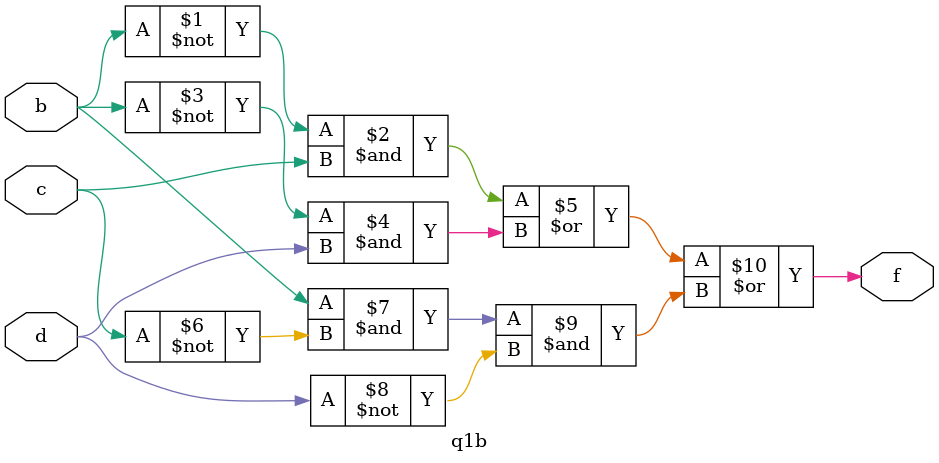
<source format=v>
module q1b(b, c, d, f);
	input b, c, d;
	output f;
	assign f = (~b & c) | (~b & d) | (b & ~c & ~d);
endmodule

</source>
